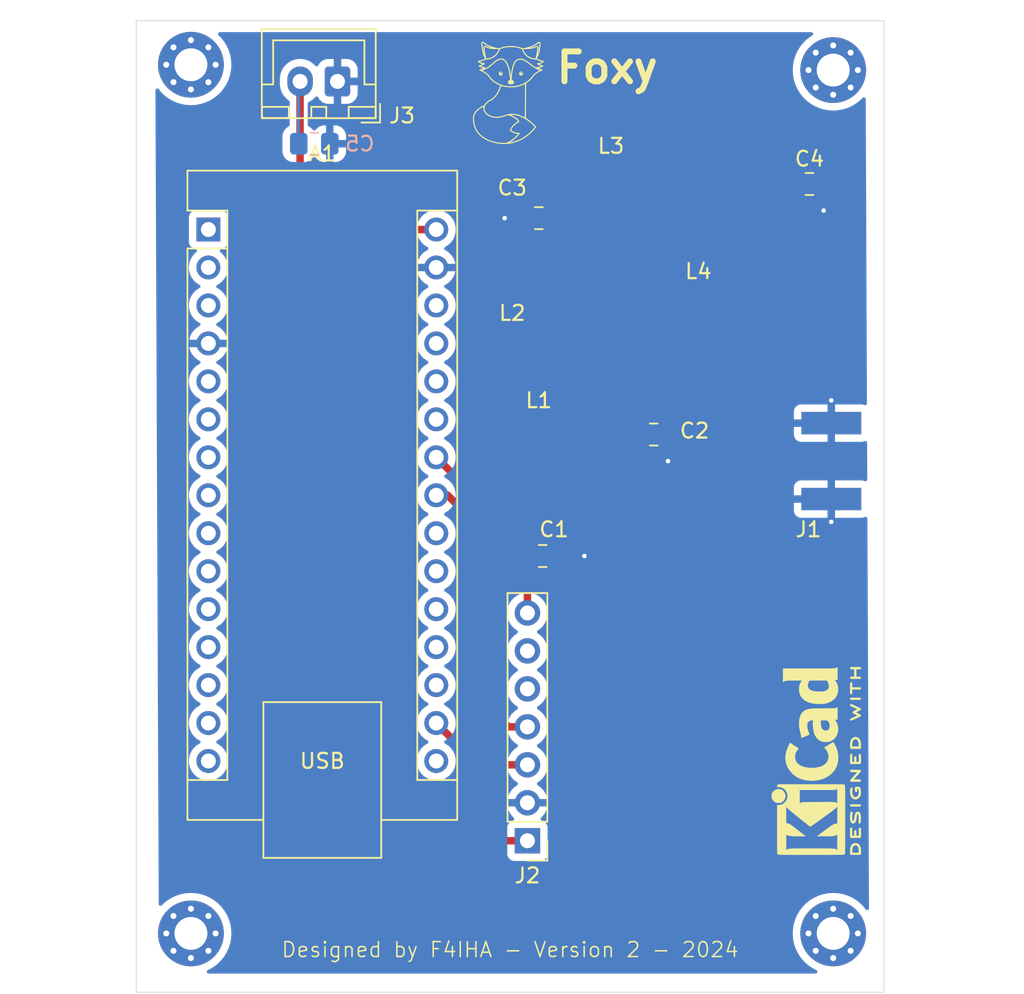
<source format=kicad_pcb>
(kicad_pcb (version 20240108) (generator "pcbnew") (generator_version "8.0")
  (layers (0 "F.Cu" signal) (31 "B.Cu" signal) (34 "B.Paste" user) (35 "F.Paste" user) (36 "B.SilkS" user "B.Silkscreen") (37 "F.SilkS" user "F.Silkscreen") (38 "B.Mask" user) (39 "F.Mask" user) (44 "Edge.Cuts" user))
  (net 0 "")
  (net 3 "Net-(A1-A4)")
  (net 5 "Net-(A1-3V3)")
  (net 20 "GND")
  (net 22 "Net-(A1-A5)")
  (net 25 "+BATT")
  (net 30 "Net-(J2-0)")
  (net 31 "Net-(C2-Pad1)")
  (net 32 "Net-(C3-Pad1)")
  (net 33 "Net-(C4-Pad1)")
  (net 34 "Net-(J1-In)")
  (footprint "MountingHole:MountingHole_2.2mm_M2_Pad_Via" (layer "F.Cu") (at 138.05 125.833274)
    (property "Reference" "REF**" (hide yes))
    (property "Value" "MountingHole_2.2mm_M2_Pad_Via")
    (pad "1" thru_hole circle (at -1.65 0) (size 0.7 0.7) (drill 0.4) (layers "*.Cu" "*.Mask"))
    (pad "1" thru_hole circle (at -1.166726 -1.166726) (size 0.7 0.7) (drill 0.4) (layers "*.Cu" "*.Mask"))
    (pad "1" thru_hole circle (at -1.166726 1.166726) (size 0.7 0.7) (drill 0.4) (layers "*.Cu" "*.Mask"))
    (pad "1" thru_hole circle (at 0 -1.65) (size 0.7 0.7) (drill 0.4) (layers "*.Cu" "*.Mask"))
    (pad "1" thru_hole circle (at 0 0) (size 4.4 4.4) (drill 2.2) (layers "*.Cu" "*.Mask"))
    (pad "1" thru_hole circle (at 0 1.65) (size 0.7 0.7) (drill 0.4) (layers "*.Cu" "*.Mask"))
    (pad "1" thru_hole circle (at 1.166726 -1.166726) (size 0.7 0.7) (drill 0.4) (layers "*.Cu" "*.Mask"))
    (pad "1" thru_hole circle (at 1.166726 1.166726) (size 0.7 0.7) (drill 0.4) (layers "*.Cu" "*.Mask"))
    (pad "1" thru_hole circle (at 1.65 0) (size 0.7 0.7) (drill 0.4) (layers "*.Cu" "*.Mask"))
  )
  (footprint "Connector_JST:JST_XH_B2B-XH-A_1x02_P2.50mm_Vertical" (layer "F.Cu") (at 104.899 68.831 180)
    (property "Reference" "J3" (at -4.321 -2.289 180) (layer "F.SilkS"))
    (property "Value" "Conn_alim")
    (pad "1" thru_hole roundrect (at 0 0 180) (size 1.7 2) (drill 1) (layers "*.Cu" "*.Mask") (roundrect_rratio 0.1470588235) (net 20 "GND"))
    (pad "2" thru_hole oval (at 2.5 0 180) (size 1.7 2) (drill 1) (layers "*.Cu" "*.Mask") (net 25 "+BATT"))
  )
  (footprint "HomeMade:L_Coilcraft_1812SMS" (layer "F.Cu") (at 117.61 95.036)
    (property "Reference" "L1" (at 0.754 -4.866002 0) (layer "F.SilkS"))
    (property "Value" "68n")
    (pad "1" smd roundrect (at 0 0) (size 1.48 5.16) (layers "F.Cu" "F.Paste" "F.Mask") (net 30 "Net-(J2-0)"))
    (pad "2" smd roundrect (at 4.31 -2.58) (size 1.48 5.16) (layers "F.Cu" "F.Paste" "F.Mask") (net 31 "Net-(C2-Pad1)"))
  )
  (footprint "Symbol:KiCad-Logo2_5mm_SilkScreen" (layer "F.Cu") (at 136.906 114.3 90)
    (property "Reference" "REF**" (hide yes))
    (property "Value" "KiCad-Logo2_5mm_SilkScreen" (hide yes))
  )
  (footprint "Connector_PinHeader_2.54mm:PinHeader_1x07_P2.54mm_Vertical" (layer "F.Cu") (at 117.602 119.634 180)
    (property "Reference" "J2" (at 0 -2.33 180) (layer "F.SilkS"))
    (property "Value" "Conn_01x07_Pin")
    (pad "1" thru_hole rect (at 0 0 180) (size 1.7 1.7) (drill 1) (layers "*.Cu" "*.Mask") (net 5 "Net-(A1-3V3)"))
    (pad "2" thru_hole oval (at 0 2.54 180) (size 1.7 1.7) (drill 1) (layers "*.Cu" "*.Mask") (net 20 "GND"))
    (pad "3" thru_hole oval (at 0 5.08 180) (size 1.7 1.7) (drill 1) (layers "*.Cu" "*.Mask") (net 3 "Net-(A1-A4)"))
    (pad "4" thru_hole oval (at 0 7.62 180) (size 1.7 1.7) (drill 1) (layers "*.Cu" "*.Mask") (net 22 "Net-(A1-A5)"))
    (pad "5" thru_hole oval (at 0 10.16 180) (size 1.7 1.7) (drill 1) (layers "*.Cu" "*.Mask"))
    (pad "6" thru_hole oval (at 0 12.7 180) (size 1.7 1.7) (drill 1) (layers "*.Cu" "*.Mask"))
    (pad "7" thru_hole oval (at 0 15.24 180) (size 1.7 1.7) (drill 1) (layers "*.Cu" "*.Mask") (net 30 "Net-(J2-0)"))
  )
  (footprint "Capacitor_SMD:C_0805_2012Metric" (layer "F.Cu") (at 136.464 75.692)
    (property "Reference" "C4" (at 0 -1.68 0) (layer "F.SilkS"))
    (property "Value" "47p")
    (pad "1" smd roundrect (at -0.95 0) (size 1 1.45) (layers "F.Cu" "F.Paste" "F.Mask") (net 33 "Net-(C4-Pad1)"))
    (pad "2" smd roundrect (at 0.95 0) (size 1 1.45) (layers "F.Cu" "F.Paste" "F.Mask") (net 20 "GND"))
  )
  (footprint "MountingHole:MountingHole_2.2mm_M2_Pad_Via" (layer "F.Cu") (at 95.099274 125.833274)
    (property "Reference" "REF**" (hide yes))
    (property "Value" "MountingHole_2.2mm_M2_Pad_Via")
    (pad "1" thru_hole circle (at -1.65 0) (size 0.7 0.7) (drill 0.4) (layers "*.Cu" "*.Mask"))
    (pad "1" thru_hole circle (at -1.166726 -1.166726) (size 0.7 0.7) (drill 0.4) (layers "*.Cu" "*.Mask"))
    (pad "1" thru_hole circle (at -1.166726 1.166726) (size 0.7 0.7) (drill 0.4) (layers "*.Cu" "*.Mask"))
    (pad "1" thru_hole circle (at 0 -1.65) (size 0.7 0.7) (drill 0.4) (layers "*.Cu" "*.Mask"))
    (pad "1" thru_hole circle (at 0 0) (size 4.4 4.4) (drill 2.2) (layers "*.Cu" "*.Mask"))
    (pad "1" thru_hole circle (at 0 1.65) (size 0.7 0.7) (drill 0.4) (layers "*.Cu" "*.Mask"))
    (pad "1" thru_hole circle (at 1.166726 -1.166726) (size 0.7 0.7) (drill 0.4) (layers "*.Cu" "*.Mask"))
    (pad "1" thru_hole circle (at 1.166726 1.166726) (size 0.7 0.7) (drill 0.4) (layers "*.Cu" "*.Mask"))
    (pad "1" thru_hole circle (at 1.65 0) (size 0.7 0.7) (drill 0.4) (layers "*.Cu" "*.Mask"))
  )
  (footprint "Capacitor_SMD:C_0805_2012Metric" (layer "F.Cu") (at 118.618 100.584)
    (property "Reference" "C1" (at 0.762 -1.778 0) (layer "F.SilkS"))
    (property "Value" "22p")
    (pad "1" smd roundrect (at -0.95 0) (size 1 1.45) (layers "F.Cu" "F.Paste" "F.Mask") (net 30 "Net-(J2-0)"))
    (pad "2" smd roundrect (at 0.95 0) (size 1 1.45) (layers "F.Cu" "F.Paste" "F.Mask") (net 20 "GND"))
  )
  (footprint "HomeMade:L_Coilcraft_1812SMS" (layer "F.Cu") (at 131.298 83.951 -90)
    (property "Reference" "L4" (at -2.417 2.266 0) (layer "F.SilkS"))
    (property "Value" "68n")
    (pad "1" smd roundrect (at 0 0 270) (size 1.48 5.16) (layers "F.Cu" "F.Paste" "F.Mask") (net 33 "Net-(C4-Pad1)"))
    (pad "2" smd roundrect (at 4.31 -2.58 270) (size 1.48 5.16) (layers "F.Cu" "F.Paste" "F.Mask") (net 34 "Net-(J1-In)"))
  )
  (footprint "MountingHole:MountingHole_2.2mm_M2_Pad_Via" (layer "F.Cu") (at 95.099274 67.714726)
    (property "Reference" "REF**" (hide yes))
    (property "Value" "MountingHole_2.2mm_M2_Pad_Via")
    (pad "1" thru_hole circle (at -1.65 0) (size 0.7 0.7) (drill 0.4) (layers "*.Cu" "*.Mask"))
    (pad "1" thru_hole circle (at -1.166726 -1.166726) (size 0.7 0.7) (drill 0.4) (layers "*.Cu" "*.Mask"))
    (pad "1" thru_hole circle (at -1.166726 1.166726) (size 0.7 0.7) (drill 0.4) (layers "*.Cu" "*.Mask"))
    (pad "1" thru_hole circle (at 0 -1.65) (size 0.7 0.7) (drill 0.4) (layers "*.Cu" "*.Mask"))
    (pad "1" thru_hole circle (at 0 0) (size 4.4 4.4) (drill 2.2) (layers "*.Cu" "*.Mask"))
    (pad "1" thru_hole circle (at 0 1.65) (size 0.7 0.7) (drill 0.4) (layers "*.Cu" "*.Mask"))
    (pad "1" thru_hole circle (at 1.166726 -1.166726) (size 0.7 0.7) (drill 0.4) (layers "*.Cu" "*.Mask"))
    (pad "1" thru_hole circle (at 1.166726 1.166726) (size 0.7 0.7) (drill 0.4) (layers "*.Cu" "*.Mask"))
    (pad "1" thru_hole circle (at 1.65 0) (size 0.7 0.7) (drill 0.4) (layers "*.Cu" "*.Mask"))
  )
  (footprint "HomeMade:L_Coilcraft_1812SMS" (layer "F.Cu") (at 125.861 75.204)
    (property "Reference" "L3" (at -2.671 -2.052 0) (layer "F.SilkS"))
    (property "Value" "68n")
    (pad "1" smd roundrect (at 0 0) (size 1.48 5.16) (layers "F.Cu" "F.Paste" "F.Mask") (net 32 "Net-(C3-Pad1)"))
    (pad "2" smd roundrect (at 4.31 -2.58) (size 1.48 5.16) (layers "F.Cu" "F.Paste" "F.Mask") (net 33 "Net-(C4-Pad1)"))
  )
  (footprint "MountingHole:MountingHole_2.2mm_M2_Pad_Via" (layer "F.Cu") (at 138.05 68.072)
    (property "Reference" "REF**" (hide yes))
    (property "Value" "MountingHole_2.2mm_M2_Pad_Via" (hide yes))
    (pad "1" thru_hole circle (at -1.65 0) (size 0.7 0.7) (drill 0.4) (layers "*.Cu" "*.Mask"))
    (pad "1" thru_hole circle (at -1.166726 -1.166726) (size 0.7 0.7) (drill 0.4) (layers "*.Cu" "*.Mask"))
    (pad "1" thru_hole circle (at -1.166726 1.166726) (size 0.7 0.7) (drill 0.4) (layers "*.Cu" "*.Mask"))
    (pad "1" thru_hole circle (at 0 -1.65) (size 0.7 0.7) (drill 0.4) (layers "*.Cu" "*.Mask"))
    (pad "1" thru_hole circle (at 0 0) (size 4.4 4.4) (drill 2.2) (layers "*.Cu" "*.Mask"))
    (pad "1" thru_hole circle (at 0 1.65) (size 0.7 0.7) (drill 0.4) (layers "*.Cu" "*.Mask"))
    (pad "1" thru_hole circle (at 1.166726 -1.166726) (size 0.7 0.7) (drill 0.4) (layers "*.Cu" "*.Mask"))
    (pad "1" thru_hole circle (at 1.166726 1.166726) (size 0.7 0.7) (drill 0.4) (layers "*.Cu" "*.Mask"))
    (pad "1" thru_hole circle (at 1.65 0) (size 0.7 0.7) (drill 0.4) (layers "*.Cu" "*.Mask"))
  )
  (footprint "Module:Arduino_Nano" (layer "F.Cu") (at 96.266 78.74)
    (property "Reference" "A1" (at 7.62 -5.08 0) (layer "F.SilkS"))
    (property "Value" "Arduino_Nano_v2.x")
    (fp_text user "USB" (at 7.62 35.56 0) (layer "F.SilkS"))
    (pad "1" thru_hole rect (at 0 0) (size 1.6 1.6) (drill 1) (layers "*.Cu" "*.Mask"))
    (pad "2" thru_hole oval (at 0 2.54) (size 1.6 1.6) (drill 1) (layers "*.Cu" "*.Mask"))
    (pad "3" thru_hole oval (at 0 5.08) (size 1.6 1.6) (drill 1) (layers "*.Cu" "*.Mask"))
    (pad "4" thru_hole oval (at 0 7.62) (size 1.6 1.6) (drill 1) (layers "*.Cu" "*.Mask") (net 20 "GND"))
    (pad "5" thru_hole oval (at 0 10.16) (size 1.6 1.6) (drill 1) (layers "*.Cu" "*.Mask"))
    (pad "6" thru_hole oval (at 0 12.7) (size 1.6 1.6) (drill 1) (layers "*.Cu" "*.Mask"))
    (pad "7" thru_hole oval (at 0 15.24) (size 1.6 1.6) (drill 1) (layers "*.Cu" "*.Mask"))
    (pad "8" thru_hole oval (at 0 17.78) (size 1.6 1.6) (drill 1) (layers "*.Cu" "*.Mask"))
    (pad "9" thru_hole oval (at 0 20.32) (size 1.6 1.6) (drill 1) (layers "*.Cu" "*.Mask"))
    (pad "10" thru_hole oval (at 0 22.86) (size 1.6 1.6) (drill 1) (layers "*.Cu" "*.Mask"))
    (pad "11" thru_hole oval (at 0 25.4) (size 1.6 1.6) (drill 1) (layers "*.Cu" "*.Mask"))
    (pad "12" thru_hole oval (at 0 27.94) (size 1.6 1.6) (drill 1) (layers "*.Cu" "*.Mask"))
    (pad "13" thru_hole oval (at 0 30.48) (size 1.6 1.6) (drill 1) (layers "*.Cu" "*.Mask"))
    (pad "14" thru_hole oval (at 0 33.02) (size 1.6 1.6) (drill 1) (layers "*.Cu" "*.Mask"))
    (pad "15" thru_hole oval (at 0 35.56) (size 1.6 1.6) (drill 1) (layers "*.Cu" "*.Mask"))
    (pad "16" thru_hole oval (at 15.24 35.56) (size 1.6 1.6) (drill 1) (layers "*.Cu" "*.Mask"))
    (pad "17" thru_hole oval (at 15.24 33.02) (size 1.6 1.6) (drill 1) (layers "*.Cu" "*.Mask") (net 5 "Net-(A1-3V3)"))
    (pad "18" thru_hole oval (at 15.24 30.48) (size 1.6 1.6) (drill 1) (layers "*.Cu" "*.Mask"))
    (pad "19" thru_hole oval (at 15.24 27.94) (size 1.6 1.6) (drill 1) (layers "*.Cu" "*.Mask"))
    (pad "20" thru_hole oval (at 15.24 25.4) (size 1.6 1.6) (drill 1) (layers "*.Cu" "*.Mask"))
    (pad "21" thru_hole oval (at 15.24 22.86) (size 1.6 1.6) (drill 1) (layers "*.Cu" "*.Mask"))
    (pad "22" thru_hole oval (at 15.24 20.32) (size 1.6 1.6) (drill 1) (layers "*.Cu" "*.Mask"))
    (pad "23" thru_hole oval (at 15.24 17.78) (size 1.6 1.6) (drill 1) (layers "*.Cu" "*.Mask") (net 3 "Net-(A1-A4)"))
    (pad "24" thru_hole oval (at 15.24 15.24) (size 1.6 1.6) (drill 1) (layers "*.Cu" "*.Mask") (net 22 "Net-(A1-A5)"))
    (pad "25" thru_hole oval (at 15.24 12.7) (size 1.6 1.6) (drill 1) (layers "*.Cu" "*.Mask"))
    (pad "26" thru_hole oval (at 15.24 10.16) (size 1.6 1.6) (drill 1) (layers "*.Cu" "*.Mask"))
    (pad "27" thru_hole oval (at 15.24 7.62) (size 1.6 1.6) (drill 1) (layers "*.Cu" "*.Mask"))
    (pad "28" thru_hole oval (at 15.24 5.08) (size 1.6 1.6) (drill 1) (layers "*.Cu" "*.Mask"))
    (pad "29" thru_hole oval (at 15.24 2.54) (size 1.6 1.6) (drill 1) (layers "*.Cu" "*.Mask") (net 20 "GND"))
    (pad "30" thru_hole oval (at 15.24 0) (size 1.6 1.6) (drill 1) (layers "*.Cu" "*.Mask") (net 25 "+BATT"))
  )
  (footprint "Capacitor_SMD:C_0805_2012Metric" (layer "F.Cu") (at 118.364 77.978 180)
    (property "Reference" "C3" (at 1.778 2.032 0) (layer "F.SilkS"))
    (property "Value" "47p")
    (pad "1" smd roundrect (at -0.95 0 180) (size 1 1.45) (layers "F.Cu" "F.Paste" "F.Mask") (net 32 "Net-(C3-Pad1)"))
    (pad "2" smd roundrect (at 0.95 0 180) (size 1 1.45) (layers "F.Cu" "F.Paste" "F.Mask") (net 20 "GND"))
  )
  (footprint "HomeMade:SMA_EDGE_NRW" (layer "F.Cu") (at 137.922 94.234)
    (property "Reference" "J1" (at -1.524 4.572 0) (layer "F.SilkS"))
    (property "Value" "SMA" (hide yes))
    (pad "1" smd rect (at 0 0) (size 4 1.4) (layers "F.Cu" "F.Paste" "F.Mask") (net 34 "Net-(J1-In)"))
    (pad "2" smd rect (at 0 -2.54) (size 4 1.5) (layers "F.Cu" "F.Paste" "F.Mask") (net 20 "GND"))
    (pad "2" smd rect (at 0 -2.54) (size 4 1.5) (layers "B.Cu" "B.Paste" "B.Mask") (net 20 "GND"))
    (pad "2" smd rect (at 0 2.54) (size 4 1.5) (layers "F.Cu" "F.Paste" "F.Mask") (net 20 "GND"))
    (pad "2" smd rect (at 0 2.54) (size 4 1.5) (layers "B.Cu" "B.Paste" "B.Mask") (net 20 "GND"))
  )
  (footprint "Capacitor_SMD:C_0805_2012Metric" (layer "F.Cu") (at 126.05 92.456)
    (property "Reference" "C2" (at 2.728 -0.254 0) (layer "F.SilkS"))
    (property "Value" "47p")
    (pad "1" smd roundrect (at -0.95 0) (size 1 1.45) (layers "F.Cu" "F.Paste" "F.Mask") (net 31 "Net-(C2-Pad1)"))
    (pad "2" smd roundrect (at 0.95 0) (size 1 1.45) (layers "F.Cu" "F.Paste" "F.Mask") (net 20 "GND"))
  )
  (footprint "HomeMade:L_Coilcraft_1812SMS" (layer "F.Cu") (at 121.94 85.213 90)
    (property "Reference" "L2" (at 0.885002 -5.354 0) (layer "F.SilkS"))
    (property "Value" "68n")
    (pad "1" smd roundrect (at 0 0 90) (size 1.48 5.16) (layers "F.Cu" "F.Paste" "F.Mask") (net 31 "Net-(C2-Pad1)"))
    (pad "2" smd roundrect (at 4.31 -2.58 90) (size 1.48 5.16) (layers "F.Cu" "F.Paste" "F.Mask") (net 32 "Net-(C3-Pad1)"))
  )
  (footprint "LOGO" (layer "F.Cu") (at 116.332 69.596)
    (property "Reference" "G***" (hide yes))
    (property "Value" "LOGO" (hide yes))
  )
  (footprint "Capacitor_SMD:C_0805_2012Metric_Pad1.18x1.45mm_HandSolder" (layer "B.Cu") (at 103.3487 72.9996)
    (property "Reference" "C5" (at 3.048 0 0) (layer "B.SilkS") (effects (justify mirror)))
    (property "Value" "100n")
    (pad "1" smd roundrect (at -1.0375 0) (size 1.175 1.45) (layers "B.Cu" "B.Paste" "B.Mask") (roundrect_rratio 0.2127659574) (net 25 "+BATT"))
    (pad "2" smd roundrect (at 1.0375 0) (size 1.175 1.45) (layers "B.Cu" "B.Paste" "B.Mask") (roundrect_rratio 0.2127659574) (net 20 "GND"))
  )
  (gr_rect (start 91.44 64.77) (end 141.44 129.77) (stroke (width 0.05)) (fill none) (layer "Edge.Cuts"))
  (gr_text "Foxy" (at 122.936 69.088 0) (layer "F.SilkS") (effects (font (size 2 2) (thickness 0.4) (bold yes)) (justify bottom)))
  (gr_text "Designed by F4IHA - Version 2 - 2024" (at 101.092 127.508 0) (layer "F.SilkS") (effects (font (size 1 1) (thickness 0.1)) (justify left bottom)))
  (segment (start 113.538 112.268) (end 113.538 97.79) (width 0.5) (layer "F.Cu") (net 3))
  (segment (start 115.824 114.554) (end 113.538 112.268) (width 0.5) (layer "F.Cu") (net 3))
  (segment (start 112.268 96.52) (end 111.506 96.52) (width 0.5) (layer "F.Cu") (net 3))
  (segment (start 117.602 114.554) (end 115.824 114.554) (width 0.5) (layer "F.Cu") (net 3))
  (segment (start 113.538 97.79) (end 112.268 96.52) (width 0.5) (layer "F.Cu") (net 3))
  (segment (start 117.602 119.634) (end 115.57 119.634) (width 0.5) (layer "F.Cu") (net 5))
  (segment (start 115.57 119.634) (end 114.046 118.11) (width 0.5) (layer "F.Cu") (net 5))
  (segment (start 114.046 118.11) (end 114.046 114.3) (width 0.5) (layer "F.Cu") (net 5))
  (segment (start 114.046 114.3) (end 111.506 111.76) (width 0.5) (layer "F.Cu") (net 5))
  (segment (start 116.078 77.978) (end 117.414 77.978) (width 0.5) (layer "F.Cu") (net 20))
  (segment (start 119.568 100.584) (end 121.412 100.584) (width 0.5) (layer "F.Cu") (net 20))
  (segment (start 137.922 91.694) (end 137.922 90.17) (width 0.5) (layer "F.Cu") (net 20))
  (segment (start 137.414 77.47) (end 137.414 75.692) (width 0.5) (layer "F.Cu") (net 20))
  (segment (start 137.922 98.298) (end 137.922 96.774) (width 0.5) (layer "F.Cu") (net 20))
  (segment (start 127 94.234) (end 127 92.456) (width 0.5) (layer "F.Cu") (net 20))
  (via (at 121.412 100.584) (size 0.6) (drill 0.3) (layers "F.Cu" "B.Cu") (net 20))
  (via (at 137.922 90.17) (size 0.6) (drill 0.3) (layers "F.Cu" "B.Cu") (net 20))
  (via (at 116.078 77.978) (size 0.6) (drill 0.3) (layers "F.Cu" "B.Cu") (net 20))
  (via (at 127 94.234) (size 0.6) (drill 0.3) (layers "F.Cu" "B.Cu") (net 20))
  (via (at 137.922 98.298) (size 0.6) (drill 0.3) (layers "F.Cu" "B.Cu") (net 20))
  (via (at 137.414 77.47) (size 0.6) (drill 0.3) (layers "F.Cu" "B.Cu") (net 20))
  (segment (start 104.899 68.831) (end 108.6875 68.831) (width 0.5) (layer "B.Cu") (net 20))
  (segment (start 108.6875 68.831) (end 108.6905 68.834) (width 0.5) (layer "B.Cu") (net 20))
  (segment (start 114.554 110.236) (end 114.554 97.028) (width 0.5) (layer "F.Cu") (net 22))
  (segment (start 114.554 97.028) (end 111.506 93.98) (width 0.5) (layer "F.Cu") (net 22))
  (segment (start 116.332 112.014) (end 114.554 110.236) (width 0.5) (layer "F.Cu") (net 22))
  (segment (start 117.602 112.014) (end 116.332 112.014) (width 0.5) (layer "F.Cu") (net 22))
  (segment (start 105.918 78.74) (end 102.399 75.221) (width 0.5) (layer "F.Cu") (net 25))
  (segment (start 102.399 75.221) (end 102.399 68.831) (width 0.5) (layer "F.Cu") (net 25))
  (segment (start 111.506 78.74) (end 105.918 78.74) (width 0.5) (layer "F.Cu") (net 25))
  (segment (start 102.3112 72.9996) (end 102.3112 68.9188) (width 0.2) (layer "B.Cu") (net 25))
  (segment (start 102.3112 68.9188) (end 102.399 68.831) (width 0.2) (layer "B.Cu") (net 25))
  (segment (start 117.668 95.094) (end 117.61 95.036) (width 0.5) (layer "F.Cu") (net 30))
  (segment (start 117.668 100.584) (end 117.668 95.094) (width 0.5) (layer "F.Cu") (net 30))
  (segment (start 117.602 104.394) (end 117.602 100.65) (width 0.5) (layer "F.Cu") (net 30))
  (segment (start 117.602 100.65) (end 117.668 100.584) (width 0.5) (layer "F.Cu") (net 30))
  (segment (start 121.92 92.456) (end 121.92 85.233) (width 0.5) (layer "F.Cu") (net 31))
  (segment (start 125.1 92.456) (end 121.92 92.456) (width 0.5) (layer "F.Cu") (net 31))
  (segment (start 121.92 85.233) (end 121.94 85.213) (width 0.5) (layer "F.Cu") (net 31))
  (segment (start 119.36 78.024) (end 119.314 77.978) (width 0.5) (layer "F.Cu") (net 32))
  (segment (start 119.314 77.978) (end 122.088 75.204) (width 0.5) (layer "F.Cu") (net 32))
  (segment (start 119.36 80.903) (end 119.36 78.024) (width 0.5) (layer "F.Cu") (net 32))
  (segment (start 122.088 75.204) (end 125.861 75.204) (width 0.5) (layer "F.Cu") (net 32))
  (segment (start 133.239 75.692) (end 135.514 75.692) (width 0.5) (layer "F.Cu") (net 33))
  (segment (start 135.514 77.978) (end 135.514 75.692) (width 0.5) (layer "F.Cu") (net 33))
  (segment (start 131.298 83.951) (end 135.514 79.735) (width 0.5) (layer "F.Cu") (net 33))
  (segment (start 135.514 79.735) (end 135.514 77.978) (width 0.5) (layer "F.Cu") (net 33))
  (segment (start 130.171 72.624) (end 133.239 75.692) (width 0.5) (layer "F.Cu") (net 33))
  (segment (start 133.878 93.198) (end 133.878 88.261) (width 0.5) (layer "F.Cu") (net 34))
  (segment (start 134.874 94.234) (end 133.858 93.218) (width 0.5) (layer "F.Cu") (net 34))
  (segment (start 137.922 94.234) (end 134.874 94.234) (width 0.5) (layer "F.Cu") (net 34))
  (zone (net 20) (net_name "GND") (layer "B.Cu") (connect_pads (clearance 0.5)) (min_thickness 0.25) (fill yes (thermal_gap 0.5) (thermal_bridge_width 0.5))
    (polygon (pts (xy 92.71 65.532) (xy 140.208 65.532) (xy 140.462 128.524) (xy 92.964 128.524)))
  )
)
</source>
